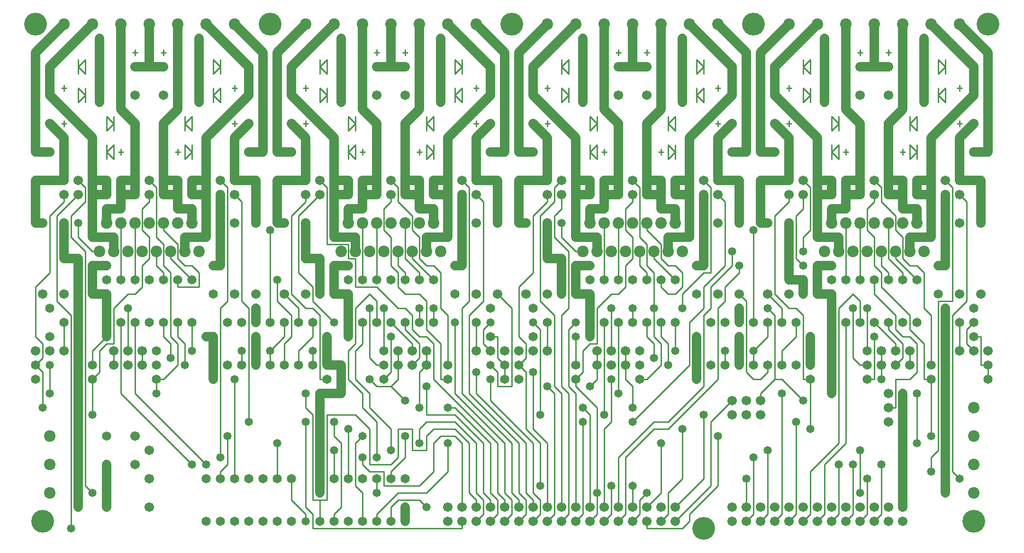
<source format=gtl>
%MOIN*%
%FSLAX25Y25*%
G04 D10 used for Character Trace; *
G04     Circle (OD=.01000) (No hole)*
G04 D11 used for Power Trace; *
G04     Circle (OD=.06700) (No hole)*
G04 D12 used for Signal Trace; *
G04     Circle (OD=.01100) (No hole)*
G04 D13 used for Via; *
G04     Circle (OD=.05800) (Round. Hole ID=.02800)*
G04 D14 used for Component hole; *
G04     Circle (OD=.06500) (Round. Hole ID=.03500)*
G04 D15 used for Component hole; *
G04     Circle (OD=.06700) (Round. Hole ID=.04300)*
G04 D16 used for Component hole; *
G04     Circle (OD=.08100) (Round. Hole ID=.05100)*
G04 D17 used for Component hole; *
G04     Circle (OD=.08900) (Round. Hole ID=.05900)*
G04 D18 used for Component hole; *
G04     Circle (OD=.11300) (Round. Hole ID=.08300)*
G04 D19 used for Component hole; *
G04     Circle (OD=.16000) (Round. Hole ID=.13000)*
G04 D20 used for Component hole; *
G04     Circle (OD=.18300) (Round. Hole ID=.15300)*
G04 D21 used for Component hole; *
G04     Circle (OD=.22291) (Round. Hole ID=.19291)*
%ADD10C,.01000*%
%ADD11C,.06700*%
%ADD12C,.01100*%
%ADD13C,.05800*%
%ADD14C,.06500*%
%ADD15C,.06700*%
%ADD16C,.08100*%
%ADD17C,.08900*%
%ADD18C,.11300*%
%ADD19C,.16000*%
%ADD20C,.18300*%
%ADD21C,.22291*%
%IPPOS*%
%LPD*%
G90*X0Y0D02*D19*X15000Y20000D03*D13*              
X35000Y15000D03*D12*Y165000D01*X25000Y175000D01*  
Y235000D01*X40000Y250000D01*D15*D03*D12*          
X35000Y235000D02*X45000Y245000D01*                
X35000Y220000D02*Y235000D01*X45000Y210000D02*     
X35000Y220000D01*X45000Y45000D02*Y210000D01*      
X50000Y40000D02*X45000Y45000D01*D13*              
X50000Y40000D03*X60000Y30000D03*D11*Y60000D01*D14*
D03*D15*X80000Y80000D03*Y60000D03*D14*            
X60000Y80000D03*D15*X90000Y30000D03*D13*X40000D03*
D11*Y180000D01*D13*D03*D11*Y205000D01*X30000D01*  
Y230000D01*D15*D03*D12*X50000Y210000D02*          
X40000Y220000D01*X50000Y210000D02*X55000D01*D16*  
D03*D11*X65000D02*Y220000D01*D16*Y210000D03*D13*  
X60000Y200000D03*D11*X50000D01*Y180000D01*        
X60000D01*Y160000D01*D14*D03*D11*Y150000D01*D13*  
D03*D12*X50000Y140000D01*Y130000D01*D14*D03*D12*  
Y120000D02*X55000Y125000D01*D14*X50000Y120000D03* 
D12*Y95000D01*D13*D03*D12*X120000Y60000D02*       
X70000Y110000D01*D13*X120000Y60000D03*D14*        
X130000Y50000D03*D13*Y60000D03*D12*               
X80000Y110000D01*Y160000D01*D14*D03*X90000D03*    
X70000D03*D12*Y110000D01*X55000Y125000D02*        
Y140000D01*X60000Y145000D01*X65000D01*Y170000D01* 
X75000Y180000D01*X80000D01*X85000Y185000D01*      
Y200000D01*X90000Y205000D01*Y220000D01*           
X85000Y225000D01*Y240000D01*X90000Y245000D01*     
Y250000D01*D15*D03*D12*X95000Y220000D02*          
Y255000D01*X100000Y215000D02*X95000Y220000D01*    
X100000Y200000D02*Y215000D01*X105000Y195000D02*   
X100000Y200000D01*X105000Y150000D02*Y195000D01*   
X110000Y145000D02*X105000Y150000D01*              
X110000Y130000D02*Y145000D01*X100000Y120000D02*   
X110000Y130000D01*X95000Y120000D02*X100000D01*D14*
X95000D03*D12*Y110000D01*D13*D03*                 
X115000Y130000D03*D12*Y145000D01*                 
X110000Y150000D01*Y160000D01*D14*D03*D12*         
X105000Y145000D02*X100000Y150000D01*              
X105000Y135000D02*Y145000D01*D13*Y135000D03*D14*  
X95000Y140000D03*Y130000D03*D13*X120000Y140000D03*
D12*Y160000D01*D14*D03*D13*X130000Y150000D03*D11* 
X135000D01*Y140000D01*D14*D03*D11*Y130000D01*D14* 
D03*D11*Y120000D01*D14*D03*X145000Y130000D03*D13* 
X150000Y120000D03*D12*Y50000D01*D14*D03*D12*      
X140000D02*Y55000D01*D14*Y50000D03*D12*Y55000D02* 
X145000Y60000D01*Y80000D01*D13*D03*               
X140000Y65000D03*D12*Y170000D01*X145000Y175000D01*
Y255000D01*X140000Y260000D01*D15*D03*             
X150000Y250000D03*D12*X155000Y245000D01*          
Y175000D01*X160000Y170000D01*Y90000D01*D13*D03*   
X180000Y75000D03*D12*Y50000D01*D14*D03*X190000D03*
D12*Y35000D01*X200000Y25000D01*Y20000D01*D13*D03* 
D12*X205000Y15000D02*X310000D01*Y20000D01*D15*D03*
X320000Y30000D03*D12*Y35000D01*X315000Y40000D01*  
Y75000D01*X305000Y85000D01*X290000D01*            
X285000Y80000D01*Y70000D01*X275000D01*Y85000D01*  
X265000D01*Y65000D01*X260000Y60000D01*X245000D01* 
Y85000D01*X235000Y95000D01*X215000D01*Y35000D01*  
X210000D01*Y20000D01*D14*D03*D12*X205000Y15000D02*
Y25000D01*X200000Y30000D01*Y90000D01*D13*D03*D12* 
X205000Y35000D02*Y95000D01*Y35000D02*X210000D01*  
D13*Y40000D03*D11*Y50000D01*D14*D03*D11*          
Y110000D01*X225000D01*Y130000D01*X215000D01*D14*  
D03*D11*Y140000D01*D14*D03*D11*Y150000D01*D13*D03*
D14*X205000Y160000D03*D12*Y150000D01*             
X195000Y140000D01*Y130000D01*D14*D03*D13*         
X205000Y140000D03*D12*Y130000D01*D14*D03*         
X215000Y120000D03*D12*X210000D01*Y165000D01*      
X205000Y170000D01*X200000D01*X190000Y180000D01*   
Y235000D01*X200000Y245000D01*Y250000D01*D15*D03*  
X210000Y260000D03*D12*X215000Y255000D01*          
Y215000D01*X230000D01*Y205000D01*X235000D01*      
Y185000D01*X250000D01*X265000Y170000D01*          
X270000D01*X275000Y165000D01*Y155000D01*          
X280000Y150000D01*X285000D01*X290000Y145000D01*   
Y120000D01*X335000Y75000D01*Y40000D01*            
X340000Y35000D01*Y30000D01*D15*D03*D12*Y20000D02* 
X345000Y25000D01*D15*X340000Y20000D03*D12*        
X345000Y25000D02*Y35000D01*X340000Y40000D01*      
Y75000D01*X305000Y110000D01*Y160000D01*D13*D03*   
D12*X300000Y130000D02*Y165000D01*D14*Y130000D03*  
D12*X295000Y120000D02*X300000D01*D14*D03*D12*     
X295000D02*Y145000D01*X285000Y155000D01*          
Y175000D01*X280000Y180000D01*X270000D01*          
X265000Y185000D01*Y195000D01*X260000Y200000D01*   
Y220000D01*X255000Y225000D01*Y240000D01*          
X260000Y245000D01*Y250000D01*D15*D03*D12*         
X275000Y235000D02*X265000Y245000D01*              
X275000Y225000D02*Y235000D01*X280000Y220000D02*   
X275000Y225000D01*X280000Y205000D02*Y220000D01*   
X285000Y200000D02*X280000Y205000D01*              
X285000Y200000D02*X290000D01*X295000Y195000D01*   
Y170000D01*X300000Y165000D01*D13*                 
X290000Y170000D03*D12*Y160000D01*D14*D03*D13*     
X280000Y170000D03*D12*Y160000D01*D14*D03*         
X270000D03*D12*Y155000D01*X280000Y145000D01*      
Y135000D01*X275000Y130000D01*D15*D03*D12*         
X280000Y100000D02*Y125000D01*D13*Y100000D03*D12*  
X285000Y95000D02*X305000D01*X325000Y75000D01*     
Y40000D01*X330000Y35000D01*Y30000D01*D15*D03*D12* 
Y20000D02*X335000Y25000D01*D15*X330000Y20000D03*  
D12*X335000Y25000D02*Y35000D01*X330000Y40000D01*  
Y75000D01*X305000Y100000D01*X300000D01*D13*D03*   
D12*X345000Y75000D02*X310000Y110000D01*           
X345000Y40000D02*Y75000D01*X350000Y35000D02*      
X345000Y40000D01*X350000Y30000D02*Y35000D01*D15*  
Y30000D03*D12*Y20000D02*X355000Y25000D01*D15*     
X350000Y20000D03*D12*X355000Y25000D02*Y35000D01*  
X350000Y40000D01*Y75000D01*X315000Y110000D01*     
Y165000D01*X325000Y175000D01*Y245000D01*          
X320000Y250000D01*D15*D03*D12*X315000Y175000D02*  
Y255000D01*X310000Y170000D02*X315000Y175000D01*   
X310000Y110000D02*Y170000D01*X355000Y75000D02*    
X320000Y110000D01*X355000Y40000D02*Y75000D01*     
X360000Y35000D02*X355000Y40000D01*                
X360000Y30000D02*Y35000D01*D15*Y30000D03*D12*     
Y20000D02*X365000Y25000D01*D15*X360000Y20000D03*  
D12*X365000Y25000D02*Y35000D01*X360000Y40000D01*  
Y75000D01*X330000Y105000D01*Y120000D01*D13*D03*   
D12*X335000Y115000D02*X345000D01*Y170000D01*      
X335000Y180000D01*D15*D03*D14*X330000Y170000D03*  
D15*X320000Y180000D03*D12*X350000Y150000D02*      
Y185000D01*X355000Y145000D02*X350000Y150000D01*   
X355000Y135000D02*Y145000D01*X350000Y130000D02*   
X355000Y135000D01*D14*X350000Y130000D03*D12*      
X355000Y125000D01*Y85000D01*X365000Y75000D01*     
Y45000D01*D13*D03*D15*X380000Y30000D03*D12*       
Y110000D01*X375000Y115000D01*Y165000D01*          
X365000Y175000D01*Y235000D01*X375000Y245000D01*   
Y255000D01*X380000Y260000D01*D15*D03*             
X390000Y250000D03*D11*Y220000D01*X405000D01*      
Y210000D01*D16*D03*D13*X400000Y200000D03*D11*     
X390000D01*Y180000D01*X400000D01*Y160000D01*D14*  
D03*D11*Y150000D01*D13*D03*D12*Y145000D02*        
X405000D01*X395000Y140000D02*X400000Y145000D01*   
X395000Y125000D02*Y140000D01*X390000Y120000D02*   
X395000Y125000D01*D14*X390000Y120000D03*D12*      
Y115000D01*X405000Y100000D01*Y40000D01*D13*D03*   
D12*Y25000D01*X400000Y20000D01*D15*D03*D12*       
X390000D02*X395000Y25000D01*D15*X390000Y20000D03* 
D12*X395000Y25000D02*Y90000D01*D13*D03*D12*       
X400000Y30000D02*Y95000D01*D15*Y30000D03*         
X410000Y20000D03*D12*X415000Y25000D01*Y45000D01*  
D13*D03*D15*X430000Y30000D03*D12*Y45000D01*D13*   
D03*X440000Y40000D03*D12*X435000Y35000D01*        
Y25000D01*X430000Y20000D01*D15*D03*D12*X420000D02*
X425000Y25000D01*D15*X420000Y20000D03*D12*        
X425000Y25000D02*Y65000D01*X445000Y85000D01*      
X455000D01*X490000Y120000D01*Y170000D01*          
X495000Y175000D01*Y185000D01*X505000Y195000D01*   
Y200000D01*D13*D03*D12*X485000Y185000D02*         
X500000Y200000D01*X485000Y170000D02*Y185000D01*   
X480000Y165000D02*X485000Y170000D01*              
X480000Y115000D02*Y165000D01*X455000Y90000D02*    
X480000Y115000D01*X445000Y90000D02*X455000D01*    
X420000Y65000D02*X445000Y90000D01*                
X420000Y30000D02*Y65000D01*D15*Y30000D03*         
X410000D03*D12*Y85000D01*X415000Y90000D01*        
Y120000D01*D13*D03*D15*X425000Y130000D03*D12*     
Y120000D01*X430000Y115000D01*Y100000D01*D13*D03*  
X420000Y110000D03*D12*Y160000D01*D14*D03*D13*     
X430000Y170000D03*D12*Y160000D01*D14*D03*D12*     
X445000Y145000D02*X440000Y150000D01*              
X445000Y135000D02*Y145000D01*D13*Y135000D03*D12*  
X440000Y120000D02*X450000Y130000D01*              
X435000Y120000D02*X440000D01*D14*X435000D03*D12*  
X425000Y130000D02*Y140000D01*D15*D03*D14*         
X435000Y130000D03*D15*X415000D03*D14*             
X435000Y140000D03*D15*X415000D03*D12*Y170000D01*  
D13*D03*D12*Y180000D02*X420000D01*                
X405000Y170000D02*X415000Y180000D01*              
X405000Y145000D02*Y170000D01*D15*Y140000D03*D12*  
Y130000D01*D15*D03*D12*Y120000D01*                
X400000Y115000D01*D13*D03*D12*X390000Y30000D02*   
Y110000D01*D15*Y30000D03*D12*X380000Y20000D02*    
X385000Y25000D01*D15*X380000Y20000D03*D12*        
X385000Y25000D02*Y110000D01*X380000Y115000D01*    
Y165000D01*X385000Y170000D01*Y210000D01*          
X375000Y220000D01*Y235000D01*X380000Y240000D01*   
Y250000D01*D15*D03*X390000Y260000D03*D11*         
Y250000D01*X400000D01*D15*D03*D11*Y260000D01*D15* 
D03*D11*X390000D01*Y290000D01*X360000Y320000D01*  
D15*D03*D11*Y340000D01*D15*D03*D11*               
X390000Y370000D01*D16*D03*D13*X395000Y360000D03*  
D11*Y315000D01*D13*D03*D12*X405000Y300000D02*     
Y305000D01*X400000Y295000D02*X405000Y300000D01*   
X400000Y295000D02*Y305000D01*X405000Y300000D01*   
Y295000D01*X400000Y280000D02*Y285000D01*          
Y275000D02*Y280000D01*X405000Y275000D02*          
Y285000D01*X400000Y280000D01*X405000Y275000D01*   
D10*X408326Y280000D02*X411674D01*                 
X410000Y281914D02*Y278086D01*D15*                 
X420000Y260000D03*D11*Y250000D01*D15*D03*D11*     
X410000D01*D15*D03*D11*Y240000D01*X400000D01*     
Y230000D01*D16*D03*X410000D03*D12*Y190000D01*D14* 
D03*D12*X420000Y180000D02*X425000Y185000D01*      
Y200000D01*X430000Y205000D01*Y220000D01*          
X425000Y225000D01*Y240000D01*X430000Y245000D01*   
Y250000D01*D15*D03*D12*X435000Y220000D02*         
Y255000D01*X440000Y215000D02*X435000Y220000D01*   
X440000Y200000D02*Y215000D01*X445000Y195000D02*   
X440000Y200000D01*X445000Y170000D02*Y195000D01*   
D13*Y170000D03*D12*Y150000D01*X450000Y145000D01*  
Y130000D01*D13*X455000D03*D12*Y145000D01*         
X450000Y150000D01*Y160000D01*D14*D03*D12*         
X440000Y150000D02*Y160000D01*D14*D03*D13*         
X460000Y140000D03*D12*Y160000D01*D14*D03*D13*     
X465000Y170000D03*D12*Y180000D01*                 
X480000Y195000D01*X485000D01*Y255000D01*          
X480000Y260000D01*D15*D03*X490000Y250000D03*D12*  
X495000Y245000D01*Y200000D01*X480000Y185000D01*   
Y170000D01*X470000Y160000D01*Y130000D01*          
X430000Y90000D01*D13*D03*X450000Y75000D03*D12*    
Y40000D01*X440000Y30000D01*D15*D03*               
X450000Y20000D03*D12*X455000Y25000D01*Y40000D01*  
X465000Y50000D01*Y85000D01*D13*D03*               
X480000Y95000D03*D12*Y50000D01*X460000Y30000D01*  
D15*D03*D12*X465000Y15000D02*X470000Y20000D01*    
X440000Y15000D02*X465000D01*X440000D02*Y20000D01* 
D15*D03*X450000Y30000D03*X460000Y20000D03*D12*    
X485000Y45000D01*Y90000D01*X500000Y105000D01*D15* 
D03*X510000Y95000D03*Y105000D03*X500000Y95000D03* 
D12*X515000Y120000D02*X520000D01*                 
X525000Y125000D01*Y130000D01*D14*D03*D12*         
X550000Y105000D02*X535000Y120000D01*D13*          
X550000Y105000D03*D12*X530000Y120000D02*          
X535000D01*X520000Y110000D02*X530000Y120000D01*   
X520000Y105000D02*Y110000D01*D15*Y105000D03*      
Y95000D03*D12*X530000Y120000D02*Y165000D01*       
X525000Y170000D01*D13*D03*D14*X535000Y160000D03*  
D12*Y170000D01*X525000Y180000D01*D15*D03*D12*     
X540000Y170000D02*X530000Y180000D01*              
X540000Y170000D02*X545000D01*X550000Y165000D01*   
Y120000D01*X555000D01*D14*D03*D12*Y85000D01*D13*  
D03*X545000Y90000D03*D12*Y25000D01*               
X540000Y20000D01*D15*D03*D12*X530000D02*          
X535000Y25000D01*D15*X530000Y20000D03*D12*        
X535000Y25000D02*Y110000D01*D13*D03*D14*          
X555000Y130000D03*D11*Y140000D01*D14*D03*D11*     
Y150000D01*D13*D03*D14*X545000Y160000D03*D12*     
Y150000D01*X535000Y140000D01*Y130000D01*D14*D03*  
X545000D03*D13*X515000Y140000D03*D12*Y130000D01*  
D14*D03*D12*Y120000D02*X510000Y125000D01*         
Y175000D01*X505000Y180000D01*D15*D03*D13*         
Y170000D03*D11*Y160000D01*D14*D03*X515000D03*D12* 
Y225000D01*D13*D03*D11*X520000Y230000D02*         
X525000D01*D15*D03*D12*X530000Y180000D02*         
Y235000D01*D11*X540000Y190000D02*X550000D01*      
Y180000D01*D13*D03*D11*X540000Y190000D02*         
Y230000D01*D15*D03*D12*X545000Y205000D02*         
Y235000D01*X550000Y200000D02*X545000Y205000D01*   
D13*X550000Y200000D03*D11*X560000Y180000D02*      
Y200000D01*Y180000D02*X570000D01*Y160000D01*D14*  
D03*D11*Y150000D01*D13*D03*D11*Y110000D01*D13*D03*
D12*X590000Y130000D02*X595000D01*D14*D03*D12*     
X590000D02*X585000Y135000D01*Y170000D01*D13*D03*  
D12*X590000Y160000D02*Y175000D01*D14*Y160000D03*  
D13*X600000Y150000D03*D12*Y120000D01*X595000D01*  
D14*D03*D15*X605000Y130000D03*D12*Y120000D01*D13* 
D03*D15*X615000Y130000D03*D12*X620000Y135000D01*  
Y145000D01*X610000Y155000D01*Y160000D01*D14*D03*  
D12*X620000Y150000D02*X615000Y155000D01*          
X620000Y150000D02*X625000D01*X630000Y145000D01*   
Y125000D01*X625000Y120000D01*X615000D01*          
Y100000D01*X610000D01*D15*D03*D13*                
X620000Y110000D03*D11*Y30000D01*D15*D03*          
X610000Y20000D03*Y30000D03*X620000Y20000D03*D12*  
X600000D02*X605000Y25000D01*D15*X600000Y20000D03* 
D12*X605000Y25000D02*Y60000D01*D13*D03*           
X595000Y50000D03*D12*Y25000D01*X590000Y20000D01*  
D15*D03*D12*X580000D02*X585000Y25000D01*D15*      
X580000Y20000D03*D12*X585000Y25000D02*Y60000D01*  
D13*D03*X590000Y70000D03*D12*Y40000D01*D13*D03*   
D15*X600000Y30000D03*X580000D03*X590000D03*D12*   
X570000Y20000D02*X575000Y25000D01*D15*            
X570000Y20000D03*D12*X575000Y25000D02*Y60000D01*  
D13*D03*D12*X565000Y25000D02*Y60000D01*           
X560000Y20000D02*X565000Y25000D01*D15*            
X560000Y20000D03*D12*X550000D02*X555000Y25000D01* 
D15*X550000Y20000D03*D12*X555000Y25000D02*        
Y55000D01*X575000Y75000D01*Y170000D01*            
X585000Y180000D01*X590000Y175000D01*D13*          
X595000Y170000D03*D12*Y140000D01*D14*D03*D12*     
X605000Y130000D02*Y140000D01*D15*D03*X615000D03*  
D12*Y145000D01*X600000Y160000D01*D14*D03*D12*     
X615000Y155000D02*Y165000D01*X600000Y180000D01*   
Y190000D01*D14*D03*D12*X625000Y165000D02*         
X605000Y185000D01*X625000Y155000D02*Y165000D01*   
X635000Y145000D02*X625000Y155000D01*              
X635000Y120000D02*Y145000D01*Y120000D02*          
X640000D01*D14*D03*D12*Y80000D01*D13*D03*         
X630000Y75000D03*D12*Y110000D01*D13*D03*D15*      
X610000Y90000D03*D14*X640000Y130000D03*D12*       
Y165000D01*X635000Y170000D01*Y195000D01*          
X630000Y200000D01*X625000D01*X620000Y205000D01*   
Y220000D01*X615000Y225000D01*Y235000D01*          
X605000Y245000D01*Y255000D01*X600000Y260000D01*   
D15*D03*X610000Y250000D03*D11*X620000D01*D15*D03* 
D11*Y240000D01*X630000D01*Y230000D01*D16*D03*D11* 
X625000Y220000D02*X640000D01*X625000Y210000D02*   
Y220000D01*D16*Y210000D03*X635000D03*X615000D03*  
D12*Y205000D01*X630000Y190000D01*D14*D03*D12*     
X620000D02*Y195000D01*D14*Y190000D03*D12*         
Y195000D02*X610000Y205000D01*Y230000D01*D16*D03*  
D12*X600000Y200000D02*Y220000D01*                 
X605000Y195000D02*X600000Y200000D01*              
X605000Y185000D02*Y195000D01*D14*                 
X610000Y190000D03*D12*Y195000D01*                 
X605000Y200000D01*Y210000D01*D16*D03*X595000D03*  
D12*X600000Y220000D02*X595000Y225000D01*          
Y240000D01*X600000Y245000D01*Y250000D01*D15*D03*  
X610000Y260000D03*D11*Y250000D01*D15*             
X620000Y260000D03*D11*Y250000D01*D15*             
X630000Y260000D03*D11*Y250000D01*D15*D03*D11*     
X640000D01*D15*D03*D11*Y220000D01*D16*            
X620000Y230000D03*D14*X645000Y200000D03*D11*      
X650000D01*Y250000D01*D15*D03*D12*                
X655000Y175000D02*Y255000D01*X645000Y175000D02*   
X655000D01*X645000Y70000D02*Y175000D01*           
X640000Y65000D02*X645000Y70000D01*                
X640000Y55000D02*Y65000D01*D13*Y55000D03*D12*     
X660000Y50000D02*X655000Y55000D01*D13*            
X660000Y50000D03*D12*X655000Y55000D02*Y165000D01* 
X665000Y175000D01*Y245000D01*X660000Y250000D01*   
D15*D03*D12*X655000Y255000D02*X650000Y260000D01*  
D15*D03*D11*X640000Y250000D02*Y260000D01*D15*D03* 
D11*X630000D01*X640000D02*Y290000D01*             
X670000Y320000D01*D15*D03*D11*Y340000D01*D15*D03* 
D11*X640000Y370000D01*D16*D03*D13*                
X635000Y360000D03*D11*Y315000D01*D13*D03*D12*     
X645000Y320000D02*Y325000D01*Y315000D02*          
Y320000D01*X650000Y315000D02*Y325000D01*          
X645000Y320000D01*X650000Y315000D01*D10*          
X658326Y325000D02*X661674D01*X660000Y326914D02*   
Y323086D01*X658326Y300000D02*X661674D01*          
X660000Y301914D02*Y298086D01*D12*                 
X630000Y295000D02*Y305000D01*X625000Y300000D01*   
Y295000D01*X630000D02*X625000Y300000D01*          
Y305000D01*D11*X610000Y300000D02*                 
X620000Y310000D01*D15*X610000Y300000D03*D11*      
Y280000D01*D15*D03*D11*Y260000D01*X620000D01*D12* 
X630000Y275000D02*Y280000D01*X625000Y275000D01*   
Y285000D01*X630000Y280000D01*Y285000D01*D10*      
X618326Y280000D02*X621674D01*X620000Y281914D02*   
Y278086D01*D11*Y310000D02*Y370000D01*D16*D03*D10* 
X608326Y350000D02*X611674D01*X610000Y351914D02*   
Y348086D01*D16*X600000Y370000D03*D11*Y340000D01*  
X590000D01*D15*D03*D11*X600000D02*X610000D01*D15* 
D03*X590000Y320000D03*D10*X588326Y350000D02*      
X591674D01*X590000Y351914D02*Y348086D01*D15*      
X610000Y320000D03*D16*X580000Y370000D03*D11*      
Y310000D01*X590000Y300000D01*D15*D03*D11*         
Y280000D01*D15*D03*D11*Y260000D01*D15*D03*D11*    
Y250000D01*D15*D03*D11*X580000D01*D15*D03*D11*    
Y240000D01*X570000D01*Y230000D01*D16*D03*D11*     
X560000Y220000D02*X575000D01*Y210000D01*D16*D03*  
D13*X570000Y200000D03*D11*X560000D01*D14*         
X570000Y190000D03*D13*X550000Y210000D03*D12*      
Y220000D01*X555000Y225000D01*Y255000D01*          
X550000Y260000D01*D15*D03*X560000Y250000D03*D11*  
Y220000D01*D16*X565000Y210000D03*D12*             
X545000Y235000D02*X550000Y240000D01*Y250000D01*   
D15*D03*X560000Y260000D03*D11*Y250000D01*         
X570000D01*D15*D03*D11*Y260000D01*D15*D03*D11*    
X560000D01*Y290000D01*X530000Y320000D01*D15*D03*  
D11*Y340000D01*D15*D03*D11*X560000Y370000D01*D16* 
D03*D13*X565000Y360000D03*D11*Y315000D01*D13*D03* 
D12*X575000Y300000D02*Y305000D01*                 
X570000Y295000D02*X575000Y300000D01*              
X570000Y295000D02*Y305000D01*X575000Y300000D01*   
Y295000D01*X570000Y280000D02*Y285000D01*          
Y275000D02*Y280000D01*X575000Y275000D02*          
Y285000D01*X570000Y280000D01*X575000Y275000D01*   
D10*X578326Y280000D02*X581674D01*                 
X580000Y281914D02*Y278086D01*D11*Y260000D02*      
X590000D01*D15*X580000D03*D11*Y250000D01*D16*     
X600000Y230000D03*X580000D03*D12*Y190000D01*D14*  
D03*X590000D03*D12*Y230000D01*D16*D03*            
X585000Y210000D03*D15*X540000Y180000D03*          
Y260000D03*D11*X520000D01*D14*D03*D11*Y230000D01* 
D12*X530000Y235000D02*X540000Y245000D01*          
Y250000D01*D15*D03*D11*Y260000D02*Y290000D01*     
X530000Y300000D01*D15*D03*D10*X538326D02*         
X541674D01*X540000Y301914D02*Y298086D01*D11*      
X500000Y280000D02*X510000D01*D15*X500000D03*D11*  
X490000Y260000D02*Y290000D01*D15*Y260000D03*D11*  
X505000D01*Y230000D01*D15*D03*X490000D03*D13*     
X500000Y210000D03*D12*Y200000D01*D15*             
X490000Y180000D03*D11*X475000Y200000D02*          
X480000D01*D14*X475000D03*D11*X480000D02*         
Y250000D01*D15*D03*X470000Y260000D03*D11*         
Y250000D01*D15*D03*D11*Y220000D01*X455000D01*     
Y210000D01*D16*D03*D12*X450000Y205000D02*         
Y215000D01*X455000Y200000D02*X450000Y205000D01*   
X455000Y200000D02*X460000D01*X465000Y195000D01*   
Y185000D01*X460000Y180000D01*X455000D01*          
X450000Y185000D01*Y190000D01*D14*D03*D12*         
X440000D02*Y195000D01*D14*Y190000D03*D12*         
Y195000D02*X435000Y200000D01*Y210000D01*D16*D03*  
D12*X460000Y190000D02*X445000Y205000D01*D14*      
X460000Y190000D03*D12*X445000Y205000D02*          
Y210000D01*D16*D03*D12*X450000Y215000D02*         
X440000Y225000D01*Y230000D01*D16*D03*D11*         
X450000Y240000D02*X460000D01*Y230000D01*D16*D03*  
D11*X450000Y240000D02*Y250000D01*D15*D03*D11*     
X440000D01*D15*D03*D11*Y260000D01*D15*D03*D11*    
X450000D01*D15*D03*D11*Y250000D01*D15*            
X460000Y260000D03*D11*Y250000D01*D15*D03*D11*     
X470000D01*X460000Y260000D02*X470000D01*          
Y290000D01*X500000Y320000D01*D15*D03*D11*         
Y340000D01*D15*D03*D11*X470000Y370000D01*D16*D03* 
D13*X465000Y360000D03*D11*Y315000D01*D13*D03*D12* 
X475000Y320000D02*Y325000D01*Y315000D02*          
Y320000D01*X480000Y315000D02*Y325000D01*          
X475000Y320000D01*X480000Y315000D01*D10*          
X488326Y325000D02*X491674D01*X490000Y326914D02*   
Y323086D01*X488326Y300000D02*X491674D01*          
X490000Y301914D02*Y298086D01*D12*                 
X460000Y295000D02*Y305000D01*X455000Y300000D01*   
Y295000D01*X460000D02*X455000Y300000D01*          
Y305000D01*D11*X440000Y300000D02*                 
X450000Y310000D01*D15*X440000Y300000D03*D11*      
Y280000D01*D15*D03*D11*Y260000D01*D12*            
X435000Y255000D02*X430000Y260000D01*D15*D03*D11*  
X410000D02*X420000D01*D15*X410000D03*D11*         
Y250000D01*X420000Y260000D02*Y280000D01*D15*D03*  
D11*Y300000D01*D15*D03*D11*X410000Y310000D01*     
Y370000D01*D16*D03*X430000D03*D11*Y340000D01*     
X420000D01*D15*D03*D11*X430000D02*X440000D01*D15* 
D03*D10*X438326Y350000D02*X441674D01*             
X440000Y351914D02*Y348086D01*D15*                 
X420000Y320000D03*D10*X418326Y350000D02*          
X421674D01*X420000Y351914D02*Y348086D01*D15*      
X440000Y320000D03*D16*X450000Y370000D03*D11*      
Y310000D01*D12*X475000Y335000D02*                 
X480000Y340000D01*Y335000D01*Y340000D02*          
Y345000D01*X475000Y335000D02*Y345000D01*          
X480000Y340000D01*D16*X490000Y370000D03*D11*      
X510000Y350000D01*Y280000D01*D14*X520000D03*D11*  
X530000D01*D15*D03*D11*X520000D02*Y350000D01*     
X540000Y370000D01*D16*D03*D19*X515000D03*D12*     
X550000Y340000D02*Y345000D01*Y335000D02*          
Y340000D01*X555000Y335000D02*Y345000D01*          
X550000Y340000D01*X555000Y335000D01*              
X550000Y315000D02*Y325000D01*Y315000D02*          
X555000Y320000D01*Y315000D01*Y320000D02*          
Y325000D01*Y320000D02*X550000Y325000D01*D10*      
X538326D02*X541674D01*X540000Y326914D02*          
Y323086D01*D15*X500000Y300000D03*D11*             
X490000Y290000D01*D12*X460000Y280000D02*          
Y285000D01*X455000Y275000D02*X460000Y280000D01*   
X455000Y275000D02*Y285000D01*X460000Y280000D01*   
Y275000D01*D10*X448326Y280000D02*X451674D01*      
X450000Y281914D02*Y278086D01*D16*                 
X420000Y230000D03*D12*Y190000D01*D14*D03*         
X430000D03*D16*X425000Y210000D03*D14*             
X400000Y190000D03*D16*X415000Y210000D03*          
X395000D03*D12*X390000D01*X380000Y220000D01*      
Y230000D01*D13*D03*D15*X370000D03*D11*Y205000D01* 
X380000D01*Y180000D01*D13*D03*D15*X370000D03*D13* 
X360000Y160000D03*D12*X365000Y155000D01*Y95000D01*
D13*D03*D12*X370000Y75000D02*X360000Y85000D01*    
X370000Y30000D02*Y75000D01*D15*Y30000D03*D12*     
Y20000D02*X375000Y25000D01*D15*X370000Y20000D03*  
D12*X375000Y25000D02*Y110000D01*X370000Y115000D01*
D13*D03*X360000Y125000D03*D12*Y85000D01*          
X390000Y110000D02*X385000Y115000D01*Y155000D01*   
X390000Y160000D01*D13*D03*Y150000D03*D12*         
Y130000D01*D14*D03*D15*X370000Y140000D03*D12*     
Y160000D01*D14*D03*X360000Y170000D03*Y150000D03*  
D15*X350000Y140000D03*X360000D03*                 
X355000Y180000D03*D12*X350000Y185000D02*          
X360000Y195000D01*Y235000D01*X370000Y245000D01*   
Y250000D01*D15*D03*Y260000D03*D11*X350000D01*D14* 
D03*D11*Y230000D01*X355000D01*D15*D03*X335000D03* 
D11*Y260000D01*X320000D01*D15*D03*D11*Y290000D01* 
X330000Y300000D01*D15*D03*D10*X318326D02*         
X321674D01*X320000Y301914D02*Y298086D01*D14*      
X350000Y280000D03*D11*X360000D01*D15*D03*D11*     
X370000Y260000D02*Y290000D01*X350000Y280000D02*   
Y350000D01*X370000Y370000D01*D16*D03*D19*         
X345000D03*D12*X380000Y340000D02*Y345000D01*      
Y335000D02*Y340000D01*X385000Y335000D02*          
Y345000D01*X380000Y340000D01*X385000Y335000D01*   
X380000Y315000D02*Y325000D01*Y315000D02*          
X385000Y320000D01*Y315000D01*Y320000D02*          
Y325000D01*Y320000D02*X380000Y325000D01*D10*      
X368326D02*X371674D01*X370000Y326914D02*          
Y323086D01*X368326Y300000D02*X371674D01*          
X370000Y301914D02*Y298086D01*D15*                 
X360000Y300000D03*D11*X370000Y290000D01*          
X330000Y280000D02*X340000D01*D15*X330000D03*D11*  
X340000D02*Y350000D01*X320000Y370000D01*D16*D03*  
X300000D03*D11*X330000Y340000D01*D15*D03*D11*     
Y320000D01*D15*D03*D11*X300000Y290000D01*         
Y260000D01*D15*D03*D11*Y250000D01*D15*D03*D11*    
Y220000D01*X285000D01*Y210000D01*D16*D03*         
X295000D03*X275000D03*D12*Y205000D01*             
X290000Y190000D01*D14*D03*D12*X280000D02*         
Y195000D01*D14*Y190000D03*D12*Y195000D02*         
X270000Y205000D01*Y230000D01*D16*D03*D11*         
X280000Y240000D02*X290000D01*Y230000D01*D16*D03*  
D11*X280000Y240000D02*Y250000D01*D15*D03*D11*     
X270000D01*D15*D03*D11*Y260000D01*D15*D03*D11*    
X280000D01*D15*D03*D11*Y250000D01*D15*            
X290000Y260000D03*D11*Y250000D01*D15*D03*D11*     
X300000D01*D15*X310000Y260000D03*D12*             
X315000Y255000D01*D15*X310000Y250000D03*D11*      
Y200000D01*X305000D01*D14*D03*Y180000D03*D15*     
X320000Y230000D03*D16*X280000D03*D12*             
X270000Y190000D02*Y195000D01*D14*Y190000D03*D12*  
Y195000D02*X265000Y200000D01*Y210000D01*D16*D03*  
X255000D03*D14*X250000Y190000D03*D12*Y230000D01*  
D16*D03*D11*X230000Y240000D02*X240000D01*         
X230000Y230000D02*Y240000D01*D16*Y230000D03*D11*  
X240000Y240000D02*Y250000D01*D15*D03*D11*         
X250000D01*D15*D03*D11*Y260000D01*D15*D03*D11*    
X240000D01*D15*D03*D11*Y250000D01*                
X250000Y260000D02*Y280000D01*D15*D03*D11*         
Y300000D01*D15*D03*D11*X240000Y310000D01*         
Y370000D01*D16*D03*D13*X225000Y360000D03*D11*     
Y315000D01*D13*D03*D12*X235000Y300000D02*         
Y305000D01*X230000Y295000D02*X235000Y300000D01*   
X230000Y295000D02*Y305000D01*X235000Y300000D01*   
Y295000D01*X230000Y280000D02*Y285000D01*          
Y275000D02*Y280000D01*X235000Y275000D02*          
Y285000D01*X230000Y280000D01*X235000Y275000D01*   
D10*X238326Y280000D02*X241674D01*                 
X240000Y281914D02*Y278086D01*D11*                 
X220000Y260000D02*Y290000D01*D15*Y260000D03*D11*  
Y250000D01*D15*D03*D11*Y220000D01*X235000D01*     
Y210000D01*D16*D03*D13*X230000Y200000D03*D11*     
X220000D01*Y180000D01*X230000D01*Y160000D01*D14*  
D03*D11*Y150000D01*D13*D03*D12*Y140000D02*        
X235000Y145000D01*X230000Y120000D02*Y140000D01*   
X240000Y110000D02*X230000Y120000D01*              
X240000Y100000D02*Y110000D01*X250000Y90000D02*    
X240000Y100000D01*X250000Y65000D02*Y90000D01*D13* 
Y65000D03*D12*X260000Y50000D02*Y55000D01*D14*     
Y50000D03*D12*X255000Y45000D02*Y55000D01*         
Y45000D02*X280000D01*X290000Y55000D01*Y75000D01*  
X295000Y80000D01*X305000D01*X310000Y75000D01*     
Y30000D01*D15*D03*X320000Y20000D03*D12*           
X325000Y25000D01*Y35000D01*X320000Y40000D01*      
Y75000D01*X305000Y90000D01*X285000D01*            
X280000Y85000D01*Y75000D01*D13*D03*D12*           
X260000Y55000D02*X270000Y65000D01*                
X245000Y55000D02*X255000D01*X245000D02*           
X240000Y60000D01*Y65000D01*D13*D03*D12*           
X235000Y45000D02*Y75000D01*X240000Y40000D02*      
X235000Y45000D01*X240000Y20000D02*Y40000D01*D14*  
Y20000D03*X250000D03*D12*Y25000D01*               
X265000Y40000D01*X285000D01*X300000Y55000D01*     
Y75000D01*D13*D03*D12*X285000Y95000D02*Y115000D01*
D13*D03*D12*X280000Y125000D02*X285000Y130000D01*  
D15*D03*D12*Y140000D01*D15*D03*D12*X275000D02*    
Y145000D01*D15*Y140000D03*D12*Y145000D02*         
X260000Y160000D01*D14*D03*X250000D03*D12*         
Y175000D01*X245000Y180000D01*X235000Y170000D01*   
Y145000D01*Y140000D02*X240000Y145000D01*          
X235000Y120000D02*Y140000D01*X245000Y110000D02*   
X235000Y120000D01*X245000Y100000D02*Y110000D01*   
X260000Y85000D02*X245000Y100000D01*               
X260000Y70000D02*Y85000D01*D13*Y70000D03*         
X270000Y80000D03*D12*Y65000D01*D14*Y50000D03*     
X250000D03*D12*Y40000D01*D13*D03*D12*             
X260000Y20000D02*Y30000D01*D14*Y20000D03*D13*     
X270000Y30000D03*D11*Y20000D01*D14*D03*D12*       
X260000Y30000D02*X265000Y35000D01*X280000D01*     
X285000Y30000D01*D13*D03*D15*X300000Y20000D03*    
Y30000D03*D14*X240000Y50000D03*D12*               
X235000Y75000D02*X240000Y80000D01*D13*D03*        
X230000Y85000D03*D12*Y50000D01*D14*D03*X220000D03*
D12*Y70000D01*D13*D03*D12*X225000Y30000D02*       
Y75000D01*X220000Y25000D02*X225000Y30000D01*      
X220000Y20000D02*Y25000D01*D14*Y20000D03*         
X230000D03*X190000D03*X180000D03*X170000Y50000D03*
Y20000D03*D12*X225000Y75000D02*X220000Y80000D01*  
Y90000D01*D13*D03*D12*X205000Y95000D02*           
X200000Y100000D01*Y110000D01*D13*D03*D14*         
X185000Y130000D03*D12*Y145000D01*                 
X190000Y150000D01*Y165000D01*X180000Y175000D01*   
Y190000D01*D13*D03*D15*X185000Y180000D03*D12*     
X195000Y170000D01*Y160000D01*D14*D03*D12*         
X175000Y140000D02*X185000Y150000D01*D13*          
X175000Y140000D03*D12*Y130000D01*D14*D03*         
X165000D03*D11*Y150000D01*D13*D03*D14*            
X175000Y160000D03*D12*Y225000D01*D13*D03*D11*     
X180000Y230000D02*X185000D01*D15*D03*D11*         
X180000D02*Y260000D01*D14*D03*D11*X200000D01*D15* 
D03*D11*Y290000D01*X190000Y300000D01*D15*D03*D10* 
X198326D02*X201674D01*X200000Y301914D02*          
Y298086D01*D11*X160000Y280000D02*X170000D01*D15*  
X160000D03*D11*X150000Y260000D02*Y290000D01*D15*  
Y260000D03*D11*X165000D01*Y230000D01*D15*D03*     
X150000D03*X140000Y250000D03*D11*Y200000D01*      
X135000D01*D14*D03*D16*X125000Y210000D03*D12*     
Y185000D02*Y195000D01*X110000Y185000D02*          
X125000D01*X110000D02*Y190000D01*D14*D03*D12*     
X125000Y195000D02*X120000Y200000D01*X115000D01*   
X110000Y205000D01*Y215000D01*X100000Y225000D01*   
Y230000D01*D16*D03*D11*X110000Y240000D02*         
X120000D01*Y230000D01*D16*D03*D11*                
X115000Y220000D02*X130000D01*X115000Y210000D02*   
Y220000D01*D16*Y210000D03*X105000D03*D12*         
Y205000D01*X120000Y190000D01*D14*D03*             
X135000Y180000D03*D12*X100000Y190000D02*          
Y195000D01*D14*Y190000D03*D12*Y195000D02*         
X95000Y200000D01*Y210000D01*D16*D03*X85000D03*    
X110000Y230000D03*D14*X80000Y190000D03*D12*       
Y230000D01*D16*D03*D11*X60000Y240000D02*X70000D01*
X60000Y230000D02*Y240000D01*D16*Y230000D03*D11*   
X70000Y240000D02*Y250000D01*D15*D03*D11*X80000D01*
D15*D03*D11*Y260000D01*D15*D03*D11*X70000D01*D15* 
D03*D11*Y250000D01*X80000Y260000D02*Y280000D01*   
D15*D03*D11*Y300000D01*D15*D03*D11*               
X70000Y310000D01*Y370000D01*D16*D03*D13*          
X55000Y360000D03*D11*Y315000D01*D13*D03*D12*      
X65000Y300000D02*Y305000D01*X60000Y295000D02*     
X65000Y300000D01*X60000Y295000D02*Y305000D01*     
X65000Y300000D01*Y295000D01*X60000Y280000D02*     
Y285000D01*Y275000D02*Y280000D01*X65000Y275000D02*
Y285000D01*X60000Y280000D01*X65000Y275000D01*D10* 
X68326Y280000D02*X71674D01*X70000Y281914D02*      
Y278086D01*D11*X50000Y260000D02*Y290000D01*D15*   
Y260000D03*D11*Y250000D01*D15*D03*D11*Y220000D01* 
X65000D01*D16*X75000Y210000D03*X70000Y230000D03*  
D12*Y190000D01*D14*D03*X60000D03*X90000D03*D13*   
X75000Y170000D03*D12*Y140000D01*D15*D03*          
X85000Y130000D03*D12*Y140000D01*D15*D03*          
X75000Y130000D03*D12*X100000Y150000D02*Y160000D01*
D14*D03*D15*X65000Y140000D03*D12*Y130000D01*D15*  
D03*D14*X30000Y160000D03*D12*Y140000D01*D15*D03*  
D14*X20000Y150000D03*D13*Y130000D03*D12*          
Y110000D01*D13*D03*D14*X10000Y120000D03*D13*      
X15000Y100000D03*D12*Y125000D01*X10000Y130000D01* 
D14*D03*D12*X15000Y135000D01*Y145000D01*          
X10000Y150000D01*Y185000D01*X20000Y195000D01*     
Y235000D01*X30000Y245000D01*Y250000D01*D15*D03*   
X40000Y260000D03*D12*X45000Y255000D01*Y245000D01* 
D11*X50000Y250000D02*X60000D01*D15*D03*D11*       
Y260000D01*D15*D03*D11*X50000D01*D15*X30000D03*   
D11*X10000D01*D14*D03*D11*Y230000D01*X15000D01*   
D15*D03*D12*X40000Y220000D02*Y230000D01*D13*D03*  
D11*X30000Y260000D02*Y290000D01*X20000Y300000D01* 
D15*D03*D10*X28326D02*X31674D01*X30000Y301914D02* 
Y298086D01*D14*X10000Y280000D03*D11*X20000D01*D15*
D03*D11*X10000D02*Y350000D01*X30000Y370000D01*D16*
D03*X50000D03*D11*X20000Y340000D01*D15*D03*D11*   
Y320000D01*D15*D03*D11*X50000Y290000D01*D12*      
X45000Y315000D02*Y320000D01*X40000Y315000D01*     
Y325000D01*X45000Y320000D01*Y325000D01*Y335000D02*
Y345000D01*X40000Y340000D01*Y335000D01*X45000D02* 
X40000Y340000D01*Y345000D01*D10*X28326Y325000D02* 
X31674D01*X30000Y326914D02*Y323086D01*D19*        
X10000Y370000D03*D15*X80000Y320000D03*Y340000D03* 
D11*X90000D01*X100000D01*D15*D03*D10*             
X98326Y350000D02*X101674D01*X100000Y351914D02*    
Y348086D01*D11*X90000Y340000D02*Y370000D01*D16*   
D03*D10*X78326Y350000D02*X81674D01*               
X80000Y351914D02*Y348086D01*D16*X110000Y370000D03*
D11*Y310000D01*X100000Y300000D01*D15*D03*D11*     
Y280000D01*D15*D03*D11*Y260000D01*D15*D03*D11*    
Y250000D01*D15*D03*D11*X110000D01*D15*D03*D11*    
Y240000D01*D15*X120000Y250000D03*D11*X130000D01*  
D15*D03*D11*Y220000D01*Y250000D02*Y260000D01*D15* 
D03*D11*X120000D01*D15*D03*D11*Y250000D01*        
X130000Y260000D02*Y290000D01*X160000Y320000D01*   
D15*D03*D11*Y340000D01*D15*D03*D11*               
X130000Y370000D01*D16*D03*D13*X125000Y360000D03*  
D11*Y315000D01*D13*D03*D12*X135000Y320000D02*     
Y325000D01*Y315000D02*Y320000D01*                 
X140000Y315000D02*Y325000D01*X135000Y320000D01*   
X140000Y315000D01*D10*X148326Y325000D02*          
X151674D01*X150000Y326914D02*Y323086D01*          
X148326Y300000D02*X151674D01*X150000Y301914D02*   
Y298086D01*D12*X120000Y295000D02*Y305000D01*      
X115000Y300000D01*Y295000D01*X120000D02*          
X115000Y300000D01*Y305000D01*D15*                 
X100000Y320000D03*D12*X115000Y275000D02*          
Y285000D01*Y275000D02*X120000Y280000D01*          
Y275000D01*Y280000D02*Y285000D01*Y280000D02*      
X115000Y285000D01*D10*X108326Y280000D02*          
X111674D01*X110000Y281914D02*Y278086D01*D11*      
X100000Y260000D02*X110000D01*D15*D03*D11*         
Y250000D01*D12*X95000Y255000D02*X90000Y260000D01* 
D15*D03*D16*Y230000D03*D11*X150000Y290000D02*     
X160000Y300000D01*D15*D03*D14*X180000Y280000D03*  
D11*X190000D01*D15*D03*D11*X180000D02*Y350000D01* 
X200000Y370000D01*D16*D03*X220000D03*D11*         
X190000Y340000D01*D15*D03*D11*Y320000D01*D15*D03* 
D11*X220000Y290000D01*D12*X215000Y315000D02*      
Y320000D01*X210000Y315000D01*Y325000D01*          
X215000Y320000D01*Y325000D01*Y335000D02*          
Y345000D01*X210000Y340000D01*Y335000D01*          
X215000D02*X210000Y340000D01*Y345000D01*D10*      
X198326Y325000D02*X201674D01*X200000Y326914D02*   
Y323086D01*D19*X175000Y370000D03*D15*             
X250000Y320000D03*Y340000D03*D11*X260000D01*      
X270000D01*D15*D03*D10*X268326Y350000D02*         
X271674D01*X270000Y351914D02*Y348086D01*D11*      
X260000Y340000D02*Y370000D01*D16*D03*D10*         
X248326Y350000D02*X251674D01*X250000Y351914D02*   
Y348086D01*D16*X280000Y370000D03*D11*Y310000D01*  
X270000Y300000D01*D15*D03*D11*Y280000D01*D15*D03* 
D11*Y260000D01*D12*X265000Y245000D02*Y255000D01*  
X260000Y260000D01*D15*D03*D10*X278326Y280000D02*  
X281674D01*X280000Y281914D02*Y278086D01*D12*      
X285000Y275000D02*Y285000D01*Y275000D02*          
X290000Y280000D01*Y275000D01*Y280000D02*          
Y285000D01*Y280000D02*X285000Y285000D01*          
X290000Y295000D02*Y305000D01*X285000Y300000D01*   
Y295000D01*X290000D02*X285000Y300000D01*          
Y305000D01*D13*X295000Y315000D03*D11*Y360000D01*  
D13*D03*D12*X310000Y340000D02*Y345000D01*         
X305000Y335000D02*X310000Y340000D01*              
X305000Y335000D02*Y345000D01*X310000Y340000D01*   
Y335000D01*D10*X318326Y325000D02*X321674D01*      
X320000Y326914D02*Y323086D01*D12*                 
X305000Y320000D02*Y325000D01*Y315000D02*          
Y320000D01*X310000Y315000D02*Y325000D01*          
X305000Y320000D01*X310000Y315000D01*D15*          
X270000Y320000D03*D11*X290000Y260000D02*          
X300000D01*D16*X260000Y230000D03*                 
X245000Y210000D03*X240000Y230000D03*D12*          
Y190000D01*D14*D03*X230000D03*X260000D03*D13*     
X245000Y170000D03*D12*Y135000D01*                 
X250000Y130000D01*X255000D01*D14*D03*D12*         
Y120000D02*X260000Y125000D01*D14*                 
X255000Y120000D03*D12*X270000Y105000D02*          
X260000Y115000D01*D13*X270000Y105000D03*D12*      
X250000Y115000D02*X260000D01*X250000D02*          
X245000Y120000D01*D13*D03*D12*X260000Y115000D02*  
X265000Y120000D01*Y130000D01*D15*D03*D12*         
Y140000D01*D15*D03*D14*X255000D03*D12*Y170000D01* 
D13*D03*D14*X240000Y160000D03*D12*Y145000D01*     
X260000Y125000D02*Y150000D01*D13*D03*             
X220000Y160000D03*D12*X205000Y175000D01*          
Y185000D01*X195000Y195000D01*Y235000D01*          
X210000Y250000D01*D15*D03*D11*X220000Y260000D02*  
X230000D01*D15*D03*D11*Y250000D01*D15*D03*D11*    
X220000D01*D15*X200000Y230000D03*D11*Y205000D01*  
X210000D01*Y180000D01*D13*D03*D15*X200000D03*D14* 
X185000Y160000D03*D12*Y150000D01*D13*             
X165000Y170000D03*D11*Y160000D01*D14*D03*         
X155000D03*D13*Y140000D03*D12*Y130000D01*D14*D03* 
X145000Y160000D03*D15*X165000Y180000D03*          
X150000D03*X90000Y70000D03*D16*X225000Y210000D03* 
D15*X90000Y50000D03*D14*X160000D03*               
X130000Y20000D03*X140000D03*X150000D03*X160000D03*
D15*X30000Y180000D03*D14*X20000Y170000D03*D15*    
Y140000D03*D16*Y80000D03*Y60000D03*Y40000D03*D15* 
X15000Y180000D03*X10000Y140000D03*D11*            
X170000Y280000D02*Y350000D01*X150000Y370000D01*   
D16*D03*D12*X135000Y335000D02*Y345000D01*         
Y335000D02*X140000Y340000D01*Y335000D01*          
Y340000D02*Y345000D01*Y340000D02*                 
X135000Y345000D01*D14*X320000Y160000D03*D12*      
Y140000D01*D15*D03*D12*X330000D02*                
X325000Y145000D01*D15*X330000Y140000D03*D12*      
X340000Y130000D02*X335000Y135000D01*D14*          
X340000Y130000D03*D12*Y120000D01*D14*D03*D12*     
X335000Y115000D02*Y125000D01*X330000Y130000D01*   
D13*D03*D12*X335000Y135000D02*Y150000D01*         
X330000D01*D14*D03*D12*X325000Y145000D02*         
Y155000D01*X330000Y160000D01*D13*D03*D15*         
X340000Y140000D03*D13*X320000Y125000D03*D12*      
Y110000D01*D14*X350000Y120000D03*D13*             
X395000Y100000D03*D12*X400000Y95000D01*D13*       
X410000D03*D12*Y160000D01*D14*D03*D16*            
X465000Y210000D03*D14*X475000Y120000D03*D11*      
Y130000D01*D14*D03*D11*Y140000D01*D14*D03*D11*    
Y150000D01*D13*D03*D14*X485000Y160000D03*         
X495000Y130000D03*D12*Y140000D01*D13*D03*D14*     
X505000Y130000D03*D11*Y150000D01*D13*D03*D12*     
X515000Y140000D02*X525000Y150000D01*Y160000D01*   
D14*D03*X495000D03*X485000Y130000D03*             
X475000Y180000D03*X580000Y160000D03*D12*Y75000D01*
X565000Y60000D01*D15*X540000Y30000D03*X550000D03* 
X560000D03*X570000D03*X530000D03*D13*             
X525000Y70000D03*D12*Y25000D01*X520000Y20000D01*  
D15*D03*D12*X510000D02*X515000Y25000D01*D15*      
X510000Y20000D03*D12*X515000Y25000D02*Y65000D01*  
D13*D03*X510000Y50000D03*D12*Y30000D01*D15*D03*   
X500000Y20000D03*X520000Y30000D03*X500000D03*D12* 
X470000Y25000D02*X490000Y45000D01*                
X470000Y20000D02*Y25000D01*D19*X480000Y15000D03*  
D12*X490000Y45000D02*Y80000D01*D13*D03*D15*       
X610000Y110000D03*D14*X620000Y160000D03*D15*      
X625000Y130000D03*D12*Y140000D01*D15*D03*D14*     
X630000Y160000D03*D13*X650000Y170000D03*D11*      
Y40000D01*D13*D03*D19*X670000Y20000D03*D16*       
Y60000D03*Y40000D03*Y80000D03*Y100000D03*D14*     
X680000Y120000D03*D12*Y130000D01*D14*D03*D12*     
X675000D01*Y150000D01*X670000D01*D14*D03*D12*     
X665000Y145000D02*Y155000D01*X670000Y140000D02*   
X665000Y145000D01*D15*X670000Y140000D03*          
X680000D03*X660000D03*D12*Y160000D01*D14*D03*D12* 
X665000Y155000D02*X670000Y160000D01*D14*D03*      
Y170000D03*D15*X675000Y180000D03*X660000D03*D14*  
X645000D03*D15*X675000Y230000D03*D11*Y260000D01*  
X660000D01*D15*D03*D11*Y290000D01*                
X670000Y300000D01*D15*D03*Y280000D03*D11*         
X680000D01*Y350000D01*X660000Y370000D01*D16*D03*  
D19*X680000D03*D12*X645000Y335000D02*Y345000D01*  
Y335000D02*X650000Y340000D01*Y335000D01*          
Y340000D02*Y345000D01*Y340000D02*                 
X645000Y345000D01*D15*X660000Y230000D03*D16*      
X450000D03*X430000D03*M02*                        

</source>
